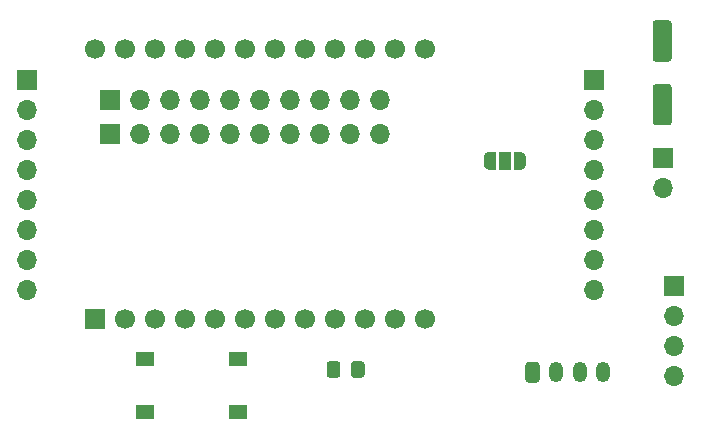
<source format=gbr>
%TF.GenerationSoftware,KiCad,Pcbnew,5.1.10*%
%TF.CreationDate,2021-11-02T12:22:44+00:00*%
%TF.ProjectId,BST900-ESP32,42535439-3030-42d4-9553-5033322e6b69,0.3*%
%TF.SameCoordinates,Original*%
%TF.FileFunction,Soldermask,Top*%
%TF.FilePolarity,Negative*%
%FSLAX46Y46*%
G04 Gerber Fmt 4.6, Leading zero omitted, Abs format (unit mm)*
G04 Created by KiCad (PCBNEW 5.1.10) date 2021-11-02 12:22:44*
%MOMM*%
%LPD*%
G01*
G04 APERTURE LIST*
%ADD10O,1.700000X1.700000*%
%ADD11R,1.700000X1.700000*%
%ADD12C,1.700000*%
%ADD13R,1.000000X1.500000*%
%ADD14C,0.100000*%
%ADD15O,1.200000X1.750000*%
%ADD16R,1.550000X1.300000*%
G04 APERTURE END LIST*
%TO.C,D1*%
G36*
G01*
X142050000Y-91549999D02*
X142050000Y-92450001D01*
G75*
G02*
X141800001Y-92700000I-249999J0D01*
G01*
X141149999Y-92700000D01*
G75*
G02*
X140900000Y-92450001I0J249999D01*
G01*
X140900000Y-91549999D01*
G75*
G02*
X141149999Y-91300000I249999J0D01*
G01*
X141800001Y-91300000D01*
G75*
G02*
X142050000Y-91549999I0J-249999D01*
G01*
G37*
G36*
G01*
X144100000Y-91549999D02*
X144100000Y-92450001D01*
G75*
G02*
X143850001Y-92700000I-249999J0D01*
G01*
X143199999Y-92700000D01*
G75*
G02*
X142950000Y-92450001I0J249999D01*
G01*
X142950000Y-91549999D01*
G75*
G02*
X143199999Y-91300000I249999J0D01*
G01*
X143850001Y-91300000D01*
G75*
G02*
X144100000Y-91549999I0J-249999D01*
G01*
G37*
%TD*%
D10*
%TO.C,J1*%
X115500000Y-85230000D03*
X115500000Y-82690000D03*
X115500000Y-80150000D03*
X115500000Y-77610000D03*
X115500000Y-75070000D03*
X115500000Y-72530000D03*
X115500000Y-69990000D03*
D11*
X115500000Y-67450000D03*
%TD*%
D10*
%TO.C,J4*%
X145450000Y-69150000D03*
X142910000Y-69150000D03*
X140370000Y-69150000D03*
X137830000Y-69150000D03*
X135290000Y-69150000D03*
X132750000Y-69150000D03*
X130210000Y-69150000D03*
X127670000Y-69150000D03*
X125130000Y-69150000D03*
D11*
X122590000Y-69150000D03*
%TD*%
D10*
%TO.C,J6*%
X163500000Y-85230000D03*
X163500000Y-82690000D03*
X163500000Y-80150000D03*
X163500000Y-77610000D03*
X163500000Y-75070000D03*
X163500000Y-72530000D03*
X163500000Y-69990000D03*
D11*
X163500000Y-67450000D03*
%TD*%
D10*
%TO.C,J5*%
X145410000Y-72050000D03*
X142870000Y-72050000D03*
X140330000Y-72050000D03*
X137790000Y-72050000D03*
X135250000Y-72050000D03*
X132710000Y-72050000D03*
X130170000Y-72050000D03*
X127630000Y-72050000D03*
X125090000Y-72050000D03*
D11*
X122550000Y-72050000D03*
%TD*%
D12*
%TO.C,U2*%
X121280000Y-64820000D03*
X123820000Y-64820000D03*
X126360000Y-64820000D03*
X128900000Y-64820000D03*
X131440000Y-64820000D03*
X133980000Y-64820000D03*
X136520000Y-64820000D03*
X139060000Y-64820000D03*
X141600000Y-64820000D03*
X144140000Y-64820000D03*
X146680000Y-64820000D03*
X149220000Y-64820000D03*
X149220000Y-87680000D03*
X146680000Y-87680000D03*
X144140000Y-87680000D03*
X141600000Y-87680000D03*
X139060000Y-87680000D03*
X136520000Y-87680000D03*
X133980000Y-87680000D03*
X131440000Y-87680000D03*
X128900000Y-87680000D03*
X126360000Y-87680000D03*
X123820000Y-87680000D03*
D11*
X121280000Y-87680000D03*
%TD*%
%TO.C,C2*%
G36*
G01*
X168750000Y-67825000D02*
X169850000Y-67825000D01*
G75*
G02*
X170100000Y-68075000I0J-250000D01*
G01*
X170100000Y-71075000D01*
G75*
G02*
X169850000Y-71325000I-250000J0D01*
G01*
X168750000Y-71325000D01*
G75*
G02*
X168500000Y-71075000I0J250000D01*
G01*
X168500000Y-68075000D01*
G75*
G02*
X168750000Y-67825000I250000J0D01*
G01*
G37*
G36*
G01*
X168750000Y-62425000D02*
X169850000Y-62425000D01*
G75*
G02*
X170100000Y-62675000I0J-250000D01*
G01*
X170100000Y-65675000D01*
G75*
G02*
X169850000Y-65925000I-250000J0D01*
G01*
X168750000Y-65925000D01*
G75*
G02*
X168500000Y-65675000I0J250000D01*
G01*
X168500000Y-62675000D01*
G75*
G02*
X168750000Y-62425000I250000J0D01*
G01*
G37*
%TD*%
D13*
%TO.C,JP2*%
X155975000Y-74325000D03*
D14*
G36*
X154675000Y-75074398D02*
G01*
X154650466Y-75074398D01*
X154601635Y-75069588D01*
X154553510Y-75060016D01*
X154506555Y-75045772D01*
X154461222Y-75026995D01*
X154417949Y-75003864D01*
X154377150Y-74976604D01*
X154339221Y-74945476D01*
X154304524Y-74910779D01*
X154273396Y-74872850D01*
X154246136Y-74832051D01*
X154223005Y-74788778D01*
X154204228Y-74743445D01*
X154189984Y-74696490D01*
X154180412Y-74648365D01*
X154175602Y-74599534D01*
X154175602Y-74575000D01*
X154175000Y-74575000D01*
X154175000Y-74075000D01*
X154175602Y-74075000D01*
X154175602Y-74050466D01*
X154180412Y-74001635D01*
X154189984Y-73953510D01*
X154204228Y-73906555D01*
X154223005Y-73861222D01*
X154246136Y-73817949D01*
X154273396Y-73777150D01*
X154304524Y-73739221D01*
X154339221Y-73704524D01*
X154377150Y-73673396D01*
X154417949Y-73646136D01*
X154461222Y-73623005D01*
X154506555Y-73604228D01*
X154553510Y-73589984D01*
X154601635Y-73580412D01*
X154650466Y-73575602D01*
X154675000Y-73575602D01*
X154675000Y-73575000D01*
X155225000Y-73575000D01*
X155225000Y-75075000D01*
X154675000Y-75075000D01*
X154675000Y-75074398D01*
G37*
G36*
X156725000Y-73575000D02*
G01*
X157275000Y-73575000D01*
X157275000Y-73575602D01*
X157299534Y-73575602D01*
X157348365Y-73580412D01*
X157396490Y-73589984D01*
X157443445Y-73604228D01*
X157488778Y-73623005D01*
X157532051Y-73646136D01*
X157572850Y-73673396D01*
X157610779Y-73704524D01*
X157645476Y-73739221D01*
X157676604Y-73777150D01*
X157703864Y-73817949D01*
X157726995Y-73861222D01*
X157745772Y-73906555D01*
X157760016Y-73953510D01*
X157769588Y-74001635D01*
X157774398Y-74050466D01*
X157774398Y-74075000D01*
X157775000Y-74075000D01*
X157775000Y-74575000D01*
X157774398Y-74575000D01*
X157774398Y-74599534D01*
X157769588Y-74648365D01*
X157760016Y-74696490D01*
X157745772Y-74743445D01*
X157726995Y-74788778D01*
X157703864Y-74832051D01*
X157676604Y-74872850D01*
X157645476Y-74910779D01*
X157610779Y-74945476D01*
X157572850Y-74976604D01*
X157532051Y-75003864D01*
X157488778Y-75026995D01*
X157443445Y-75045772D01*
X157396490Y-75060016D01*
X157348365Y-75069588D01*
X157299534Y-75074398D01*
X157275000Y-75074398D01*
X157275000Y-75075000D01*
X156725000Y-75075000D01*
X156725000Y-73575000D01*
G37*
%TD*%
D10*
%TO.C,J2*%
X169350000Y-76665000D03*
D11*
X169350000Y-74125000D03*
%TD*%
D15*
%TO.C,J3*%
X164325000Y-92225000D03*
X162325000Y-92225000D03*
X160325000Y-92225000D03*
G36*
G01*
X157725000Y-92850001D02*
X157725000Y-91599999D01*
G75*
G02*
X157974999Y-91350000I249999J0D01*
G01*
X158675001Y-91350000D01*
G75*
G02*
X158925000Y-91599999I0J-249999D01*
G01*
X158925000Y-92850001D01*
G75*
G02*
X158675001Y-93100000I-249999J0D01*
G01*
X157974999Y-93100000D01*
G75*
G02*
X157725000Y-92850001I0J249999D01*
G01*
G37*
%TD*%
D16*
%TO.C,SW1*%
X133425000Y-95600000D03*
X133425000Y-91100000D03*
X125475000Y-91100000D03*
X125475000Y-95600000D03*
%TD*%
D11*
%TO.C,J7*%
X170325000Y-84950000D03*
D10*
X170325000Y-87490000D03*
X170325000Y-90030000D03*
X170325000Y-92570000D03*
%TD*%
M02*

</source>
